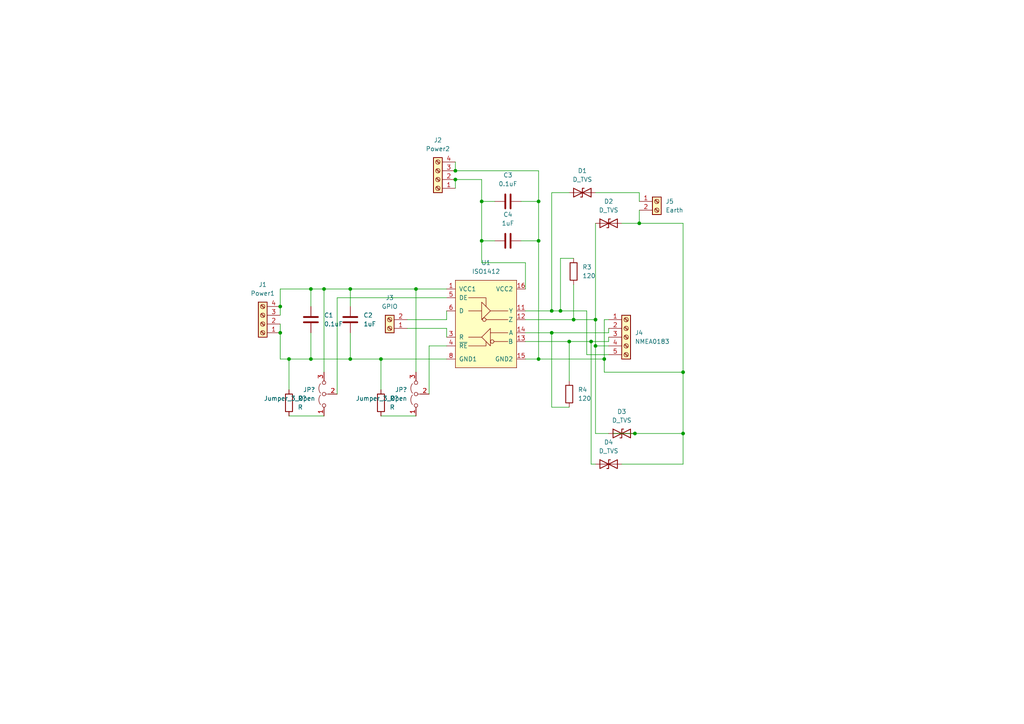
<source format=kicad_sch>
(kicad_sch (version 20211123) (generator eeschema)
  (paper "A4")
  (title_block (title "NMEA 0183 to TTL bridge") (rev "1.0"))
  (lib_symbols
    (symbol "Automated:ISO1412" (pin_names (offset 1.016))
      (property "Reference" "U" (at -8.89 13.97 0))
      (property "Value" "ISO1412" (at 0 -13.97 0))
      (symbol "ISO1412_0_1"
        (rectangle (start -8.89 12.7) (end 8.89 -12.7) (fill (type background)))
        (circle (center -0.508 1.27) (radius 0.508))
        (polyline (pts (xy 0 1.27) (xy 6.35 1.27)))
        (polyline (pts (xy 1.27 3.81) (xy 6.35 3.81)))
        (polyline (pts (xy -5.08 7.62) (xy 0 7.62) (xy 0 5.08)))
        (polyline (pts (xy -5.08 3.81) (xy -1.27 3.81) (xy -1.27 6.35) (xy 1.27 3.81) (xy -1.27 1.27) (xy -1.27 3.81)))
      )
      (symbol "ISO1412_1_1"
        (polyline (pts (xy -1.27 -3.81) (xy -5.08 -3.81)))
        (polyline (pts (xy 6.35 -5.08) (xy 2.286 -5.08)))
        (polyline (pts (xy 6.35 -2.54) (xy 1.27 -2.54)))
        (polyline (pts (xy -5.08 -6.35) (xy 0 -6.35) (xy 0 -5.08)))
        (polyline (pts (xy 1.27 -3.81) (xy 1.27 -6.35) (xy -1.27 -3.81) (xy 1.27 -1.27) (xy 1.27 -3.81)))
        (circle (center 1.778 -5.08) (radius 0.508))
        (pin power_in line (at -11.43 10.16 0) (length 2.54) (name "VCC1") (number "1"))
        (pin no_connect line (at 11.43 7.62 180) (length 2.54) hide (name "NC") (number "10"))
        (pin output line (at 11.43 3.81 180) (length 2.54) (name "Y") (number "11"))
        (pin output line (at 11.43 1.27 180) (length 2.54) (name "Z") (number "12"))
        (pin input line (at 11.43 -5.08 180) (length 2.54) (name "B") (number "13"))
        (pin input line (at 11.43 -2.54 180) (length 2.54) (name "A") (number "14"))
        (pin passive line (at 11.43 -10.16 180) (length 2.54) (name "GND2") (number "15"))
        (pin power_in line (at 11.43 10.16 180) (length 2.54) (name "VCC2") (number "16"))
        (pin passive line (at -11.43 -10.16 0) (length 2.54) hide (name "GND1") (number "2"))
        (pin output line (at -11.43 -3.81 0) (length 2.54) (name "R") (number "3"))
        (pin input line (at -11.43 -6.35 0) (length 2.54) (name "~{RE}") (number "4"))
        (pin input line (at -11.43 7.62 0) (length 2.54) (name "DE") (number "5"))
        (pin input line (at -11.43 3.81 0) (length 2.54) (name "D") (number "6"))
        (pin no_connect line (at -11.43 0 0) (length 2.54) hide (name "NC") (number "7"))
        (pin passive line (at -11.43 -10.16 0) (length 2.54) (name "GND1") (number "8"))
        (pin passive line (at 11.43 -10.16 180) (length 2.54) hide (name "GND2") (number "9"))
      )
    )
    (symbol "Connector:Screw_Terminal_01x02" (pin_names (offset 1.016) hide)
      (property "Reference" "J" (at 0 2.54 0))
      (property "Value" "Screw_Terminal_01x02" (at 0 -5.08 0))
      (symbol "Screw_Terminal_01x02_1_1"
        (rectangle (start -1.27 1.27) (end 1.27 -3.81) (stroke (width 0.254)) (fill (type background)))
        (circle (center 0 -2.54) (radius 0.635) (stroke (width 0.1524)))
        (polyline (pts (xy -0.5334 -2.2098) (xy 0.3302 -3.048)) (stroke (width 0.1524)))
        (polyline (pts (xy -0.5334 0.3302) (xy 0.3302 -0.508)) (stroke (width 0.1524)))
        (polyline (pts (xy -0.3556 -2.032) (xy 0.508 -2.8702)) (stroke (width 0.1524)))
        (polyline (pts (xy -0.3556 0.508) (xy 0.508 -0.3302)) (stroke (width 0.1524)))
        (circle (center 0 0) (radius 0.635) (stroke (width 0.1524)))
        (pin passive line (at -5.08 0 0) (length 3.81) (name "Pin_1") (number "1"))
        (pin passive line (at -5.08 -2.54 0) (length 3.81) (name "Pin_2") (number "2"))
      )
    )
    (symbol "Connector:Screw_Terminal_01x04" (pin_names (offset 1.016) hide)
      (property "Reference" "J" (at 0 5.08 0))
      (property "Value" "Screw_Terminal_01x04" (at 0 -7.62 0))
      (symbol "Screw_Terminal_01x04_1_1"
        (rectangle (start -1.27 3.81) (end 1.27 -6.35) (stroke (width 0.254)) (fill (type background)))
        (circle (center 0 -5.08) (radius 0.635) (stroke (width 0.1524)))
        (circle (center 0 -2.54) (radius 0.635) (stroke (width 0.1524)))
        (polyline (pts (xy -0.5334 -4.7498) (xy 0.3302 -5.588)) (stroke (width 0.1524)))
        (polyline (pts (xy -0.5334 -2.2098) (xy 0.3302 -3.048)) (stroke (width 0.1524)))
        (polyline (pts (xy -0.5334 0.3302) (xy 0.3302 -0.508)) (stroke (width 0.1524)))
        (polyline (pts (xy -0.5334 2.8702) (xy 0.3302 2.032)) (stroke (width 0.1524)))
        (polyline (pts (xy -0.3556 -4.572) (xy 0.508 -5.4102)) (stroke (width 0.1524)))
        (polyline (pts (xy -0.3556 -2.032) (xy 0.508 -2.8702)) (stroke (width 0.1524)))
        (polyline (pts (xy -0.3556 0.508) (xy 0.508 -0.3302)) (stroke (width 0.1524)))
        (polyline (pts (xy -0.3556 3.048) (xy 0.508 2.2098)) (stroke (width 0.1524)))
        (circle (center 0 0) (radius 0.635) (stroke (width 0.1524)))
        (circle (center 0 2.54) (radius 0.635) (stroke (width 0.1524)))
        (pin passive line (at -5.08 2.54 0) (length 3.81) (name "Pin_1") (number "1"))
        (pin passive line (at -5.08 0 0) (length 3.81) (name "Pin_2") (number "2"))
        (pin passive line (at -5.08 -2.54 0) (length 3.81) (name "Pin_3") (number "3"))
        (pin passive line (at -5.08 -5.08 0) (length 3.81) (name "Pin_4") (number "4"))
      )
    )
    (symbol "Connector:Screw_Terminal_01x05" (pin_names (offset 1.016) hide)
      (property "Reference" "J" (at 0 7.62 0))
      (property "Value" "Screw_Terminal_01x05" (at 0 -7.62 0))
      (symbol "Screw_Terminal_01x05_1_1"
        (rectangle (start -1.27 6.35) (end 1.27 -6.35) (stroke (width 0.254)) (fill (type background)))
        (circle (center 0 -5.08) (radius 0.635) (stroke (width 0.1524)))
        (circle (center 0 -2.54) (radius 0.635) (stroke (width 0.1524)))
        (polyline (pts (xy -0.5334 -4.7498) (xy 0.3302 -5.588)) (stroke (width 0.1524)))
        (polyline (pts (xy -0.5334 -2.2098) (xy 0.3302 -3.048)) (stroke (width 0.1524)))
        (polyline (pts (xy -0.5334 0.3302) (xy 0.3302 -0.508)) (stroke (width 0.1524)))
        (polyline (pts (xy -0.5334 2.8702) (xy 0.3302 2.032)) (stroke (width 0.1524)))
        (polyline (pts (xy -0.5334 5.4102) (xy 0.3302 4.572)) (stroke (width 0.1524)))
        (polyline (pts (xy -0.3556 -4.572) (xy 0.508 -5.4102)) (stroke (width 0.1524)))
        (polyline (pts (xy -0.3556 -2.032) (xy 0.508 -2.8702)) (stroke (width 0.1524)))
        (polyline (pts (xy -0.3556 0.508) (xy 0.508 -0.3302)) (stroke (width 0.1524)))
        (polyline (pts (xy -0.3556 3.048) (xy 0.508 2.2098)) (stroke (width 0.1524)))
        (polyline (pts (xy -0.3556 5.588) (xy 0.508 4.7498)) (stroke (width 0.1524)))
        (circle (center 0 0) (radius 0.635) (stroke (width 0.1524)))
        (circle (center 0 2.54) (radius 0.635) (stroke (width 0.1524)))
        (circle (center 0 5.08) (radius 0.635) (stroke (width 0.1524)))
        (pin passive line (at -5.08 5.08 0) (length 3.81) (name "Pin_1") (number "1"))
        (pin passive line (at -5.08 2.54 0) (length 3.81) (name "Pin_2") (number "2"))
        (pin passive line (at -5.08 0 0) (length 3.81) (name "Pin_3") (number "3"))
        (pin passive line (at -5.08 -2.54 0) (length 3.81) (name "Pin_4") (number "4"))
        (pin passive line (at -5.08 -5.08 0) (length 3.81) (name "Pin_5") (number "5"))
      )
    )
    (symbol "Device:C" (pin_numbers hide) (pin_names (offset 0.254))
      (property "Reference" "C" (at 0.635 2.54 0))
      (property "Value" "C" (at 0.635 -2.54 0))
      (symbol "C_0_1"
        (polyline (pts (xy -2.032 -0.762) (xy 2.032 -0.762)) (stroke (width 0.508)))
        (polyline (pts (xy -2.032 0.762) (xy 2.032 0.762)) (stroke (width 0.508)))
      )
      (symbol "C_1_1"
        (pin passive line (at 0 3.81 270) (length 2.794) (name "~") (number "1"))
        (pin passive line (at 0 -3.81 90) (length 2.794) (name "~") (number "2"))
      )
    )
    (symbol "Device:D_TVS" (pin_numbers hide) (pin_names (offset 1.016) hide)
      (property "Reference" "D" (at 0 2.54 0))
      (property "Value" "D_TVS" (at 0 -2.54 0))
      (symbol "D_TVS_0_1"
        (polyline (pts (xy 1.27 0) (xy -1.27 0)))
        (polyline (pts (xy 0.508 1.27) (xy 0 1.27) (xy 0 -1.27) (xy -0.508 -1.27)) (stroke (width 0.254)))
        (polyline (pts (xy -2.54 1.27) (xy -2.54 -1.27) (xy 2.54 1.27) (xy 2.54 -1.27) (xy -2.54 1.27)) (stroke (width 0.254)))
      )
      (symbol "D_TVS_1_1"
        (pin passive line (at -3.81 0 0) (length 2.54) (name "A1") (number "1"))
        (pin passive line (at 3.81 0 180) (length 2.54) (name "A2") (number "2"))
      )
    )
    (symbol "Device:R" (pin_numbers hide) (pin_names (offset 0))
      (property "Reference" "R" (at 2.032 0 90))
      (property "Value" "R" (at 0 0 90))
      (symbol "R_0_1"
        (rectangle (start -1.016 -2.54) (end 1.016 2.54) (stroke (width 0.254)))
      )
      (symbol "R_1_1"
        (pin passive line (at 0 3.81 270) (length 1.27) (name "~") (number "1"))
        (pin passive line (at 0 -3.81 90) (length 1.27) (name "~") (number "2"))
      )
    )
    (symbol "Jumper:Jumper_3_Open" (pin_names (offset 0) hide)
      (property "Reference" "JP" (at -2.54 -2.54 0))
      (property "Value" "Jumper_3_Open" (at 0 2.794 0))
      (symbol "Jumper_3_Open_0_0"
        (circle (center -3.302 0) (radius 0.508))
        (circle (center 0 0) (radius 0.508))
        (circle (center 3.302 0) (radius 0.508))
      )
      (symbol "Jumper_3_Open_0_1"
        (arc (start -0.254 1.016) (mid -1.651 1.4992) (end -3.048 1.016))
        (polyline (pts (xy 0 -0.508) (xy 0 -1.27)))
        (arc (start 3.048 1.016) (mid 1.651 1.4992) (end 0.254 1.016))
      )
      (symbol "Jumper_3_Open_1_1"
        (pin passive line (at -6.35 0 0) (length 2.54) (name "A") (number "1"))
        (pin passive line (at 0 -3.81 90) (length 2.54) (name "C") (number "2"))
        (pin passive line (at 6.35 0 180) (length 2.54) (name "B") (number "3"))
      )
    )
  )
  (junction (at 139.7 58.42))
  (junction (at 165.1 99.06))
  (junction (at 162.56 90.17))
  (junction (at 156.21 69.85))
  (junction (at 160.02 90.17))
  (junction (at 198.12 107.95))
  (junction (at 81.28 96.52))
  (junction (at 185.42 64.77))
  (junction (at 171.45 99.06))
  (junction (at 132.08 49.53))
  (junction (at 175.26 104.14))
  (junction (at 101.6 83.82))
  (junction (at 81.28 88.9))
  (junction (at 93.98 83.82))
  (junction (at 172.72 100.33))
  (junction (at 166.37 92.71))
  (junction (at 110.49 104.14))
  (junction (at 120.65 83.82))
  (junction (at 101.6 104.14))
  (junction (at 139.7 69.85))
  (junction (at 132.08 52.07))
  (junction (at 156.21 58.42))
  (junction (at 172.72 92.71))
  (junction (at 83.82 104.14))
  (junction (at 156.21 104.14))
  (junction (at 90.17 104.14))
  (junction (at 184.15 125.73))
  (junction (at 90.17 83.82))
  (junction (at 160.02 96.52))
  (junction (at 198.12 125.73))
  (wire (pts (xy 81.28 96.52) (xy 81.28 93.98)))
  (wire (pts (xy 162.56 90.17) (xy 162.56 74.93)))
  (wire (pts (xy 120.65 83.82) (xy 120.65 107.95)))
  (wire (pts (xy 176.53 125.73) (xy 172.72 125.73)))
  (wire (pts (xy 152.4 104.14) (xy 156.21 104.14)))
  (wire (pts (xy 139.7 58.42) (xy 143.51 58.42)))
  (wire (pts (xy 152.4 76.2) (xy 152.4 83.82)))
  (wire (pts (xy 198.12 134.62) (xy 198.12 125.73)))
  (wire (pts (xy 101.6 104.14) (xy 90.17 104.14)))
  (wire (pts (xy 170.18 90.17) (xy 170.18 102.87)))
  (wire (pts (xy 170.18 102.87) (xy 176.53 102.87)))
  (wire (pts (xy 160.02 96.52) (xy 176.53 96.52)))
  (wire (pts (xy 101.6 83.82) (xy 93.98 83.82)))
  (wire (pts (xy 198.12 107.95) (xy 198.12 64.77)))
  (wire (pts (xy 160.02 118.11) (xy 165.1 118.11)))
  (wire (pts (xy 81.28 88.9) (xy 81.28 91.44)))
  (wire (pts (xy 160.02 90.17) (xy 160.02 55.88)))
  (wire (pts (xy 152.4 96.52) (xy 160.02 96.52)))
  (wire (pts (xy 166.37 92.71) (xy 172.72 92.71)))
  (wire (pts (xy 185.42 55.88) (xy 185.42 58.42)))
  (wire (pts (xy 175.26 104.14) (xy 175.26 92.71)))
  (wire (pts (xy 139.7 52.07) (xy 139.7 58.42)))
  (wire (pts (xy 198.12 125.73) (xy 198.12 107.95)))
  (wire (pts (xy 165.1 99.06) (xy 171.45 99.06)))
  (wire (pts (xy 171.45 134.62) (xy 172.72 134.62)))
  (wire (pts (xy 124.46 100.33) (xy 129.54 100.33)))
  (wire (pts (xy 175.26 104.14) (xy 175.26 107.95)))
  (wire (pts (xy 160.02 96.52) (xy 160.02 118.11)))
  (wire (pts (xy 93.98 83.82) (xy 90.17 83.82)))
  (wire (pts (xy 118.11 95.25) (xy 129.54 95.25)))
  (wire (pts (xy 97.79 86.36) (xy 129.54 86.36)))
  (wire (pts (xy 175.26 107.95) (xy 198.12 107.95)))
  (wire (pts (xy 139.7 69.85) (xy 143.51 69.85)))
  (wire (pts (xy 132.08 49.53) (xy 156.21 49.53)))
  (wire (pts (xy 90.17 104.14) (xy 83.82 104.14)))
  (wire (pts (xy 152.4 99.06) (xy 165.1 99.06)))
  (wire (pts (xy 172.72 64.77) (xy 172.72 92.71)))
  (wire (pts (xy 83.82 104.14) (xy 81.28 104.14)))
  (wire (pts (xy 124.46 114.3) (xy 124.46 100.33)))
  (wire (pts (xy 139.7 69.85) (xy 139.7 76.2)))
  (wire (pts (xy 83.82 120.65) (xy 93.98 120.65)))
  (wire (pts (xy 139.7 58.42) (xy 139.7 69.85)))
  (wire (pts (xy 151.13 69.85) (xy 156.21 69.85)))
  (wire (pts (xy 129.54 92.71) (xy 129.54 90.17)))
  (wire (pts (xy 120.65 83.82) (xy 101.6 83.82)))
  (wire (pts (xy 162.56 90.17) (xy 170.18 90.17)))
  (wire (pts (xy 110.49 120.65) (xy 120.65 120.65)))
  (wire (pts (xy 172.72 92.71) (xy 172.72 100.33)))
  (wire (pts (xy 162.56 74.93) (xy 166.37 74.93)))
  (wire (pts (xy 101.6 96.52) (xy 101.6 104.14)))
  (wire (pts (xy 176.53 96.52) (xy 176.53 95.25)))
  (wire (pts (xy 93.98 83.82) (xy 93.98 107.95)))
  (wire (pts (xy 90.17 83.82) (xy 90.17 88.9)))
  (wire (pts (xy 177.8 125.73) (xy 184.15 125.73)))
  (wire (pts (xy 90.17 83.82) (xy 81.28 83.82)))
  (wire (pts (xy 118.11 92.71) (xy 129.54 92.71)))
  (wire (pts (xy 129.54 95.25) (xy 129.54 97.79)))
  (wire (pts (xy 156.21 49.53) (xy 156.21 58.42)))
  (wire (pts (xy 198.12 64.77) (xy 185.42 64.77)))
  (wire (pts (xy 171.45 99.06) (xy 171.45 134.62)))
  (wire (pts (xy 165.1 99.06) (xy 165.1 110.49)))
  (wire (pts (xy 152.4 92.71) (xy 166.37 92.71)))
  (wire (pts (xy 97.79 114.3) (xy 97.79 86.36)))
  (wire (pts (xy 81.28 104.14) (xy 81.28 96.52)))
  (wire (pts (xy 132.08 52.07) (xy 132.08 54.61)))
  (wire (pts (xy 172.72 125.73) (xy 172.72 100.33)))
  (wire (pts (xy 171.45 99.06) (xy 176.53 99.06)))
  (wire (pts (xy 160.02 90.17) (xy 162.56 90.17)))
  (wire (pts (xy 101.6 83.82) (xy 101.6 88.9)))
  (wire (pts (xy 172.72 55.88) (xy 185.42 55.88)))
  (wire (pts (xy 175.26 92.71) (xy 176.53 92.71)))
  (wire (pts (xy 172.72 100.33) (xy 176.53 100.33)))
  (wire (pts (xy 81.28 83.82) (xy 81.28 88.9)))
  (wire (pts (xy 83.82 104.14) (xy 83.82 113.03)))
  (wire (pts (xy 184.15 125.73) (xy 198.12 125.73)))
  (wire (pts (xy 110.49 104.14) (xy 110.49 113.03)))
  (wire (pts (xy 152.4 90.17) (xy 160.02 90.17)))
  (wire (pts (xy 185.42 60.96) (xy 185.42 64.77)))
  (wire (pts (xy 110.49 104.14) (xy 101.6 104.14)))
  (wire (pts (xy 156.21 58.42) (xy 156.21 69.85)))
  (wire (pts (xy 180.34 64.77) (xy 185.42 64.77)))
  (wire (pts (xy 132.08 52.07) (xy 139.7 52.07)))
  (wire (pts (xy 160.02 55.88) (xy 165.1 55.88)))
  (wire (pts (xy 132.08 46.99) (xy 132.08 49.53)))
  (wire (pts (xy 129.54 104.14) (xy 110.49 104.14)))
  (wire (pts (xy 156.21 104.14) (xy 175.26 104.14)))
  (wire (pts (xy 180.34 134.62) (xy 198.12 134.62)))
  (wire (pts (xy 156.21 69.85) (xy 156.21 104.14)))
  (wire (pts (xy 176.53 99.06) (xy 176.53 97.79)))
  (wire (pts (xy 129.54 83.82) (xy 120.65 83.82)))
  (wire (pts (xy 90.17 96.52) (xy 90.17 104.14)))
  (wire (pts (xy 151.13 58.42) (xy 156.21 58.42)))
  (wire (pts (xy 139.7 76.2) (xy 152.4 76.2)))
  (wire (pts (xy 166.37 92.71) (xy 166.37 82.55)))
  (symbol (lib_id "Device:D_TVS") (at 180.34 125.73 0) (unit 1)
    (property "Reference" "D3" (at 180.34 119.38 0))
    (property "Value" "D_TVS" (at 180.34 121.92 0))
  )
  (symbol (lib_id "Device:R") (at 166.37 78.74 0) (unit 1)
    (property "Reference" "R3" (at 168.91 77.4699 0) (effects (justify left)))
    (property "Value" "120" (at 168.91 80.0099 0) (effects (justify left)))
  )
  (symbol (lib_id "Device:R") (at 110.49 116.84 0) (unit 1)
    (property "Reference" "R?" (at 113.03 115.5699 0) (effects (justify left)))
    (property "Value" "R" (at 113.03 118.1099 0) (effects (justify left)))
  )
  (symbol (lib_id "Device:D_TVS") (at 176.53 134.62 0) (unit 1)
    (property "Reference" "D4" (at 176.53 128.27 0))
    (property "Value" "D_TVS" (at 176.53 130.81 0))
  )
  (symbol (lib_id "Connector:Screw_Terminal_01x04") (at 127 52.07 180) (unit 1)
    (property "Reference" "J2" (at 127 40.64 0))
    (property "Value" "Power2" (at 127 43.18 0))
  )
  (symbol (lib_id "Connector:Screw_Terminal_01x05") (at 181.61 97.79 0) (unit 1)
    (property "Reference" "J4" (at 184.15 96.5199 0) (effects (justify left)))
    (property "Value" "NMEA0183" (at 184.15 99.0599 0) (effects (justify left)))
  )
  (symbol (lib_id "Device:R") (at 83.82 116.84 0) (unit 1)
    (property "Reference" "R?" (at 86.36 115.5699 0) (effects (justify left)))
    (property "Value" "R" (at 86.36 118.1099 0) (effects (justify left)))
  )
  (symbol (lib_id "Device:D_TVS") (at 168.91 55.88 0) (unit 1)
    (property "Reference" "D1" (at 168.91 49.53 0))
    (property "Value" "D_TVS" (at 168.91 52.07 0))
  )
  (symbol (lib_id "Jumper:Jumper_3_Open") (at 120.65 114.3 90) (unit 1)
    (property "Reference" "JP?" (at 118.11 113.0299 90) (effects (justify left)))
    (property "Value" "Jumper_3_Open" (at 118.11 115.5699 90) (effects (justify left)))
  )
  (symbol (lib_id "Connector:Screw_Terminal_01x04") (at 76.2 93.98 180) (unit 1)
    (property "Reference" "J1" (at 76.2 82.55 0))
    (property "Value" "Power1" (at 76.2 85.09 0))
  )
  (symbol (lib_id "Device:R") (at 165.1 114.3 0) (unit 1)
    (property "Reference" "R4" (at 167.64 113.0299 0) (effects (justify left)))
    (property "Value" "120" (at 167.64 115.5699 0) (effects (justify left)))
  )
  (symbol (lib_id "Jumper:Jumper_3_Open") (at 93.98 114.3 90) (unit 1)
    (property "Reference" "JP?" (at 91.44 113.0299 90) (effects (justify left)))
    (property "Value" "Jumper_3_Open" (at 91.44 115.5699 90) (effects (justify left)))
  )
  (symbol (lib_id "Device:C") (at 147.32 58.42 90) (unit 1)
    (property "Reference" "C3" (at 147.32 50.8 90))
    (property "Value" "0.1uF" (at 147.32 53.34 90))
  )
  (symbol (lib_id "Automated:ISO1412") (at 140.97 93.98 0) (unit 1)
    (property "Reference" "U1" (at 140.97 76.2 0))
    (property "Value" "ISO1412" (at 140.97 78.74 0))
    (property "Footprint" "Package_SO:SOIC-16W_7.5x10.3mm_P1.27mm" (effects hide))
    (property "Datasheet" "http://www.ti.com/product/ISO1412" (effects hide))
  )
  (symbol (lib_id "Device:D_TVS") (at 176.53 64.77 0) (unit 1)
    (property "Reference" "D2" (at 176.53 58.42 0))
    (property "Value" "D_TVS" (at 176.53 60.96 0))
  )
  (symbol (lib_id "Device:C") (at 90.17 92.71 0) (unit 1)
    (property "Reference" "C1" (at 93.98 91.4399 0) (effects (justify left)))
    (property "Value" "0.1uF" (at 93.98 93.9799 0) (effects (justify left)))
  )
  (symbol (lib_id "Device:C") (at 101.6 92.71 0) (unit 1)
    (property "Reference" "C2" (at 105.41 91.4399 0) (effects (justify left)))
    (property "Value" "1uF" (at 105.41 93.9799 0) (effects (justify left)))
  )
  (symbol (lib_id "Connector:Screw_Terminal_01x02") (at 113.03 95.25 180) (unit 1)
    (property "Reference" "J3" (at 113.03 86.36 0))
    (property "Value" "GPIO" (at 113.03 88.9 0))
  )
  (symbol (lib_id "Connector:Screw_Terminal_01x02") (at 190.5 58.42 0) (unit 1)
    (property "Reference" "J5" (at 193.04 58.4199 0) (effects (justify left)))
    (property "Value" "Earth" (at 193.04 60.9599 0) (effects (justify left)))
  )
  (symbol (lib_id "Device:C") (at 147.32 69.85 90) (unit 1)
    (property "Reference" "C4" (at 147.32 62.23 90))
    (property "Value" "1uF" (at 147.32 64.77 90))
  )
)
</source>
